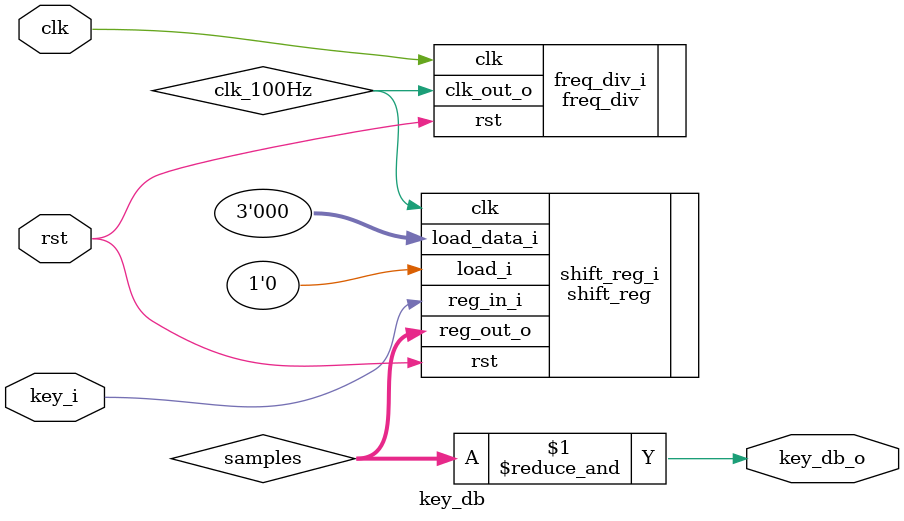
<source format=v>
`timescale 1ns/1ns                                           //按键消抖模块
module key_db #(
   //parameter INVE=1'b1,
   parameter RST_VALUE =1'b0,                                //表示复位时的值，默认为0（低电平）
   parameter CLK_FREQ_Hz =27000000                           //时钟频率，默认值
   //parameter WIDTH =4
)(
   input clk,                                                //时钟信号
   input rst,                                                //复位信号
   input key_i,                                              //按键输入信号
   output  key_db_o                                          //消抖后的按键信号
   //input wire[WIDTH-1:0] key_i, 
   //output wire [WIDTH-1:0] key_db_o  
);
   // wire [15:0] data_selw;//定义一个中间信号，用于选择要显示的数据
  // assign data_selw=(key_i==2'b00)? ~key_db_o :key_db_o;
    //wire [WIDTH-1:0] samples;
   wire clk_100Hz;
   freq_div #(                                               //实例化一个频率分频器模块，将输入信号分频得到100Hz的时钟信号
    .DIV_RATE_2N (CLK_FREQ_Hz/100)                           //分频系数
) freq_div_i( 
   .clk   (clk),
   .rst     (rst),
   .clk_out_o  (clk_100Hz)
);
//分频到100HZ

  wire [2:0] samples;                                         //存储按键信号的采样值
  shift_reg #(                                                //实例化移位寄存器模块
    .WIDTH   (3),
    .INIT_VALUE ({3{RST_VALUE[0]}})
) shift_reg_i(
      .clk   (clk_100Hz),                                      //将分频后的时钟信号作为时钟输入
      .rst   (rst),
      .load_i (1'b0),                                          //低电平
      .load_data_i (3'h0),      
      .reg_in_i   (key_i),                                     //将按键信号作为数据输入
      .reg_out_o  (samples[2:0])
);
 assign key_db_o =RST_VALUE ? |samples[2:0] :&samples[2:0];    //根据复位值RST_VALUE的状态，设置输出端口key_db_o的值，复位值为高电平则输出按键信号samples[2:0]的或操作结果,否则输出与操作结果
endmodule
</source>
